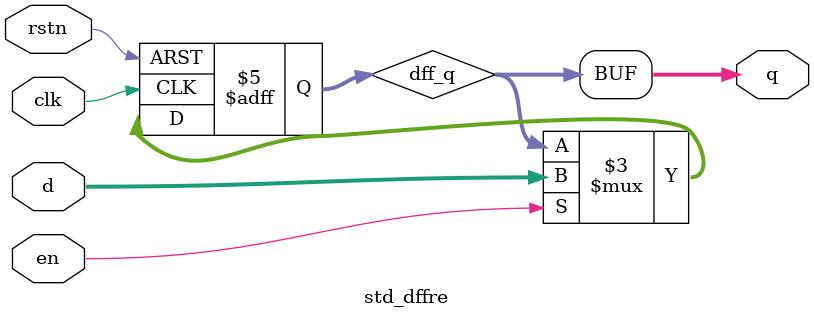
<source format=sv>

module std_dffre
#(
    parameter WIDTH = 8
)
(
    input                       clk,
    input                       rstn,
    input                       en,
    input       [WIDTH-1:0]     d,
    output      [WIDTH-1:0]     q
);

logic     [WIDTH-1:0]     dff_q;

always_ff @(posedge clk or negedge rstn) begin
    if(~rstn)begin
        dff_q <= {WIDTH{1'b0}};
    end
    else if(en)begin
        dff_q <= d;
    end
end

assign  q = dff_q;

endmodule

</source>
